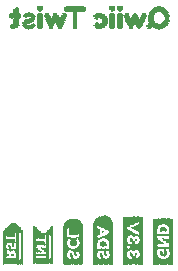
<source format=gbo>
G75*
%MOIN*%
%OFA0B0*%
%FSLAX25Y25*%
%IPPOS*%
%LPD*%
%AMOC8*
5,1,8,0,0,1.08239X$1,22.5*
%
%ADD10R,0.00157X0.15906*%
%ADD11R,0.00157X0.02992*%
%ADD12R,0.00157X0.03937*%
%ADD13R,0.00157X0.07402*%
%ADD14R,0.00157X0.02520*%
%ADD15R,0.00157X0.03307*%
%ADD16R,0.00157X0.01102*%
%ADD17R,0.00157X0.02362*%
%ADD18R,0.00157X0.01890*%
%ADD19R,0.00157X0.02677*%
%ADD20R,0.00157X0.00787*%
%ADD21R,0.00157X0.01732*%
%ADD22R,0.00157X0.02205*%
%ADD23R,0.00157X0.00630*%
%ADD24R,0.00157X0.02047*%
%ADD25R,0.00157X0.00472*%
%ADD26R,0.00157X0.00315*%
%ADD27R,0.00157X0.00945*%
%ADD28R,0.00157X0.01575*%
%ADD29R,0.00157X0.01417*%
%ADD30R,0.00157X0.01260*%
%ADD31R,0.00157X0.03150*%
%ADD32R,0.00157X0.03622*%
%ADD33R,0.00157X0.00157*%
%ADD34R,0.00157X0.02835*%
%ADD35R,0.00157X0.03465*%
%ADD36R,0.00157X0.15276*%
%ADD37R,0.00157X0.11024*%
%ADD38R,0.00157X0.12913*%
%ADD39R,0.00157X0.13386*%
%ADD40R,0.00157X0.13701*%
%ADD41R,0.00157X0.14016*%
%ADD42R,0.00157X0.14173*%
%ADD43R,0.00157X0.14331*%
%ADD44R,0.00157X0.14488*%
%ADD45R,0.00157X0.07087*%
%ADD46R,0.00157X0.04882*%
%ADD47R,0.00157X0.05039*%
%ADD48R,0.00157X0.05197*%
%ADD49R,0.00157X0.13858*%
%ADD50R,0.00157X0.14646*%
%ADD51R,0.00157X0.14961*%
%ADD52R,0.00157X0.15118*%
%ADD53R,0.00157X0.15433*%
%ADD54R,0.00157X0.11969*%
%ADD55R,0.00157X0.04567*%
%ADD56R,0.00157X0.04409*%
%ADD57R,0.00157X0.04252*%
%ADD58R,0.00157X0.04094*%
%ADD59R,0.00157X0.03780*%
%ADD60R,0.00157X0.12756*%
%ADD61R,0.00157X0.12598*%
%ADD62R,0.00157X0.12441*%
%ADD63R,0.00157X0.12283*%
%ADD64R,0.00157X0.11181*%
%ADD65R,0.00157X0.10866*%
%ADD66R,0.00157X0.10709*%
%ADD67R,0.00157X0.12126*%
%ADD68R,0.00157X0.11496*%
%ADD69R,0.00157X0.11654*%
%ADD70R,0.00157X0.13071*%
%ADD71R,0.00157X0.13228*%
%ADD72R,0.00157X0.11811*%
%ADD73R,0.01378X0.00276*%
%ADD74R,0.01654X0.00276*%
%ADD75R,0.01929X0.00276*%
%ADD76R,0.06063X0.00276*%
%ADD77R,0.03307X0.00315*%
%ADD78R,0.01929X0.00315*%
%ADD79R,0.07165X0.00315*%
%ADD80R,0.00551X0.00315*%
%ADD81R,0.04134X0.00276*%
%ADD82R,0.07165X0.00276*%
%ADD83R,0.04685X0.00236*%
%ADD84R,0.01929X0.00236*%
%ADD85R,0.07165X0.00236*%
%ADD86R,0.05236X0.00315*%
%ADD87R,0.01654X0.00315*%
%ADD88R,0.05787X0.00276*%
%ADD89R,0.00827X0.00276*%
%ADD90R,0.06614X0.00276*%
%ADD91R,0.02480X0.00236*%
%ADD92R,0.01654X0.00236*%
%ADD93R,0.00551X0.00236*%
%ADD94R,0.02205X0.00315*%
%ADD95R,0.01378X0.00315*%
%ADD96R,0.00827X0.00315*%
%ADD97R,0.01102X0.00315*%
%ADD98R,0.02756X0.00315*%
%ADD99R,0.03583X0.00315*%
%ADD100R,0.02205X0.00276*%
%ADD101R,0.03031X0.00276*%
%ADD102R,0.03583X0.00276*%
%ADD103R,0.03858X0.00276*%
%ADD104R,0.04409X0.00276*%
%ADD105R,0.02480X0.00276*%
%ADD106R,0.00551X0.00276*%
%ADD107R,0.04685X0.00276*%
%ADD108R,0.06614X0.00315*%
%ADD109R,0.03031X0.00315*%
%ADD110R,0.06339X0.00276*%
%ADD111R,0.03307X0.00276*%
%ADD112R,0.02756X0.00276*%
%ADD113R,0.00276X0.00276*%
%ADD114R,0.06890X0.00276*%
%ADD115R,0.01102X0.00276*%
%ADD116R,0.06890X0.00236*%
%ADD117R,0.04134X0.00236*%
%ADD118R,0.02205X0.00236*%
%ADD119R,0.04409X0.00236*%
%ADD120R,0.02756X0.00236*%
%ADD121R,0.01102X0.00236*%
%ADD122R,0.00827X0.00236*%
%ADD123R,0.01378X0.00236*%
D10*
X0098250Y0091343D03*
X0098408Y0091343D03*
X0098565Y0091343D03*
X0098723Y0091343D03*
X0098880Y0091343D03*
X0099038Y0091343D03*
X0099195Y0091343D03*
X0103605Y0091343D03*
X0103762Y0091343D03*
X0103920Y0091343D03*
X0104077Y0091343D03*
X0104235Y0091343D03*
X0104392Y0091343D03*
X0104550Y0091343D03*
D11*
X0101715Y0089610D03*
X0101715Y0084886D03*
X0101872Y0084886D03*
X0101557Y0084886D03*
X0101400Y0084886D03*
X0101243Y0084886D03*
X0101085Y0084886D03*
X0103447Y0084886D03*
X0111872Y0087720D03*
X0112030Y0087720D03*
X0113290Y0084886D03*
X0099353Y0093705D03*
X0100298Y0097799D03*
X0100455Y0097799D03*
X0089825Y0097799D03*
X0089353Y0097484D03*
X0079983Y0096854D03*
X0079825Y0096854D03*
X0069668Y0093520D03*
X0062345Y0095409D03*
X0062187Y0095409D03*
X0059195Y0094150D03*
X0113290Y0097169D03*
D12*
X0103447Y0089138D03*
X0091085Y0097642D03*
X0090928Y0097642D03*
X0060140Y0094622D03*
D13*
X0103447Y0095594D03*
D14*
X0101400Y0098035D03*
X0101243Y0098035D03*
X0109668Y0097406D03*
X0112975Y0097406D03*
X0099510Y0093783D03*
X0079353Y0088587D03*
X0079353Y0084650D03*
X0093290Y0084650D03*
X0099353Y0084650D03*
X0103290Y0084650D03*
X0109668Y0084650D03*
X0112975Y0084650D03*
X0070140Y0093283D03*
D15*
X0069353Y0093677D03*
X0061872Y0095567D03*
X0059510Y0094307D03*
X0080928Y0085043D03*
X0083447Y0088665D03*
X0090928Y0085043D03*
X0101400Y0089453D03*
X0103290Y0089138D03*
X0113447Y0085043D03*
X0109353Y0097012D03*
X0099825Y0097642D03*
X0099668Y0097642D03*
X0090140Y0097799D03*
D16*
X0101715Y0095437D03*
X0101872Y0095437D03*
X0101715Y0093390D03*
X0103290Y0092917D03*
X0100455Y0091500D03*
X0110140Y0090870D03*
X0112502Y0091343D03*
X0112187Y0094965D03*
X0110455Y0094965D03*
X0093290Y0088035D03*
X0090455Y0086618D03*
X0089510Y0091657D03*
X0083290Y0091972D03*
X0082345Y0090555D03*
X0082817Y0088508D03*
X0082660Y0088350D03*
X0082345Y0088193D03*
X0081715Y0087878D03*
X0080455Y0086618D03*
X0079825Y0088508D03*
X0071872Y0088323D03*
X0071715Y0088323D03*
X0069510Y0088008D03*
X0062187Y0088008D03*
X0059038Y0088323D03*
X0059195Y0086748D03*
X0072345Y0093677D03*
X0100455Y0086776D03*
X0102030Y0086618D03*
X0111715Y0086618D03*
X0112345Y0087248D03*
D17*
X0109825Y0084571D03*
X0103132Y0084571D03*
X0102030Y0084571D03*
X0099510Y0084571D03*
X0092187Y0087406D03*
X0091243Y0084571D03*
X0089510Y0084571D03*
X0083290Y0084571D03*
X0081243Y0084571D03*
X0079510Y0084571D03*
X0082187Y0087406D03*
X0083290Y0088665D03*
X0089353Y0094177D03*
X0101557Y0098114D03*
X0101715Y0098114D03*
X0103132Y0095437D03*
X0103290Y0095437D03*
X0109825Y0097484D03*
X0112817Y0097484D03*
X0102975Y0089138D03*
X0073762Y0094465D03*
X0070298Y0093205D03*
X0063132Y0094937D03*
X0061085Y0090685D03*
D18*
X0059038Y0084465D03*
X0059195Y0084465D03*
X0059353Y0084465D03*
X0059510Y0084465D03*
X0059668Y0084465D03*
X0059825Y0084465D03*
X0059983Y0084465D03*
X0060140Y0084465D03*
X0060298Y0084465D03*
X0060455Y0084465D03*
X0060613Y0084465D03*
X0060770Y0084465D03*
X0060928Y0084465D03*
X0061085Y0084465D03*
X0061243Y0084465D03*
X0061400Y0084465D03*
X0061557Y0084465D03*
X0061715Y0084465D03*
X0061872Y0084465D03*
X0062030Y0084465D03*
X0062187Y0084465D03*
X0062345Y0084465D03*
X0069038Y0084622D03*
X0072345Y0084622D03*
X0079825Y0084335D03*
X0079983Y0084335D03*
X0080298Y0084335D03*
X0080455Y0084335D03*
X0081715Y0084335D03*
X0081872Y0084335D03*
X0082030Y0084335D03*
X0082187Y0084335D03*
X0082345Y0084335D03*
X0082502Y0084335D03*
X0082660Y0084335D03*
X0081872Y0087642D03*
X0079510Y0088587D03*
X0073290Y0094228D03*
X0070770Y0092969D03*
X0063447Y0094858D03*
X0089825Y0094256D03*
X0100770Y0089217D03*
X0102345Y0089217D03*
X0109353Y0091106D03*
X0113290Y0091106D03*
X0102660Y0095516D03*
X0102660Y0098350D03*
X0102502Y0098350D03*
X0103290Y0098350D03*
X0110455Y0097720D03*
X0110613Y0097720D03*
X0112187Y0097720D03*
X0112345Y0097720D03*
X0091872Y0087642D03*
X0091872Y0084335D03*
X0092030Y0084335D03*
X0092187Y0084335D03*
X0092345Y0084335D03*
X0092502Y0084335D03*
X0092660Y0084335D03*
X0090455Y0084335D03*
X0090298Y0084335D03*
X0090140Y0084335D03*
X0089983Y0084335D03*
X0099983Y0084335D03*
X0100140Y0084335D03*
X0100298Y0084335D03*
X0100770Y0084335D03*
X0102502Y0084335D03*
X0110455Y0084335D03*
X0110613Y0084335D03*
X0110770Y0084335D03*
X0112030Y0084335D03*
X0112187Y0084335D03*
X0112345Y0084335D03*
D19*
X0113132Y0084728D03*
X0103132Y0089138D03*
X0093132Y0092445D03*
X0100928Y0097957D03*
X0101085Y0097957D03*
X0113132Y0097327D03*
X0089353Y0084728D03*
X0081085Y0084728D03*
X0080613Y0091028D03*
X0082030Y0091028D03*
X0069983Y0093362D03*
X0061243Y0090528D03*
D20*
X0061557Y0089425D03*
X0060613Y0088323D03*
X0059825Y0089425D03*
X0062030Y0088008D03*
X0061557Y0086591D03*
X0060770Y0086591D03*
X0059825Y0086591D03*
X0059668Y0086591D03*
X0069825Y0087850D03*
X0069983Y0087850D03*
X0071400Y0088480D03*
X0072187Y0093677D03*
X0080298Y0090555D03*
X0080140Y0088508D03*
X0079983Y0088508D03*
X0081557Y0088035D03*
X0082187Y0091972D03*
X0089668Y0088193D03*
X0091557Y0088193D03*
X0092502Y0088193D03*
X0093132Y0088193D03*
X0099510Y0090083D03*
X0101872Y0093390D03*
X0102030Y0093390D03*
X0103132Y0092917D03*
X0101557Y0095437D03*
X0101400Y0095437D03*
X0109353Y0093075D03*
X0110455Y0090713D03*
X0110613Y0090713D03*
X0112030Y0091500D03*
X0112345Y0088823D03*
X0113132Y0088823D03*
X0110298Y0087248D03*
X0102345Y0086776D03*
X0100298Y0086776D03*
X0091557Y0092602D03*
X0091400Y0092602D03*
D21*
X0092660Y0092602D03*
X0091557Y0090398D03*
X0091400Y0090398D03*
X0091243Y0090398D03*
X0089353Y0091500D03*
X0089983Y0094177D03*
X0083132Y0088665D03*
X0080140Y0084256D03*
X0073920Y0084543D03*
X0073132Y0084543D03*
X0072187Y0084543D03*
X0072030Y0084543D03*
X0071872Y0084543D03*
X0071715Y0084543D03*
X0071557Y0084543D03*
X0071400Y0084543D03*
X0071243Y0084543D03*
X0071085Y0084543D03*
X0070928Y0084543D03*
X0070770Y0084543D03*
X0070613Y0084543D03*
X0070455Y0084543D03*
X0070298Y0084543D03*
X0070140Y0084543D03*
X0069983Y0084543D03*
X0069825Y0084543D03*
X0069668Y0084543D03*
X0069510Y0084543D03*
X0069353Y0084543D03*
X0069195Y0084543D03*
X0063920Y0084386D03*
X0063132Y0084386D03*
X0062345Y0088008D03*
X0060928Y0091000D03*
X0063605Y0094780D03*
X0070928Y0092890D03*
X0071085Y0092890D03*
X0071243Y0092890D03*
X0071400Y0092890D03*
X0071557Y0092890D03*
X0071715Y0092890D03*
X0069038Y0090370D03*
X0099983Y0093862D03*
X0100140Y0093862D03*
X0102502Y0095437D03*
X0102817Y0098429D03*
X0102975Y0098429D03*
X0103132Y0098429D03*
X0110770Y0097799D03*
X0110928Y0097799D03*
X0111085Y0097799D03*
X0111243Y0097799D03*
X0111400Y0097799D03*
X0111557Y0097799D03*
X0111715Y0097799D03*
X0111872Y0097799D03*
X0112030Y0097799D03*
X0109510Y0091028D03*
X0100613Y0089138D03*
X0100455Y0089138D03*
X0100455Y0084256D03*
X0100613Y0084256D03*
X0110928Y0084256D03*
X0111085Y0084256D03*
X0111243Y0084256D03*
X0111400Y0084256D03*
X0111557Y0084256D03*
X0111715Y0084256D03*
X0111872Y0084256D03*
D22*
X0112660Y0084492D03*
X0112817Y0084492D03*
X0109983Y0084492D03*
X0102975Y0084492D03*
X0099668Y0084492D03*
X0093132Y0084492D03*
X0091400Y0084492D03*
X0092030Y0087484D03*
X0083132Y0084492D03*
X0081400Y0084492D03*
X0082030Y0087484D03*
X0089510Y0094256D03*
X0092975Y0092524D03*
X0099668Y0093783D03*
X0101872Y0098193D03*
X0102030Y0098193D03*
X0109983Y0097563D03*
X0112660Y0097563D03*
X0102817Y0089217D03*
X0102030Y0089374D03*
X0073605Y0094386D03*
X0070455Y0093126D03*
D23*
X0072030Y0093598D03*
X0062345Y0090449D03*
X0061872Y0088087D03*
X0060770Y0088244D03*
X0059983Y0088087D03*
X0070140Y0087772D03*
X0071085Y0088559D03*
X0071243Y0088559D03*
X0072345Y0086512D03*
X0080298Y0088429D03*
X0080455Y0088429D03*
X0082502Y0086697D03*
X0082345Y0092051D03*
X0083132Y0092051D03*
X0080455Y0092051D03*
X0089825Y0091894D03*
X0089983Y0091894D03*
X0090140Y0092051D03*
X0090770Y0092366D03*
X0091085Y0092524D03*
X0091243Y0092524D03*
X0091085Y0094256D03*
X0090298Y0090004D03*
X0089825Y0088272D03*
X0091400Y0088272D03*
X0092660Y0088272D03*
X0092817Y0088272D03*
X0092975Y0088272D03*
X0092502Y0086697D03*
X0099668Y0088272D03*
X0100298Y0088587D03*
X0100298Y0089689D03*
X0099668Y0090004D03*
X0102187Y0093311D03*
X0102345Y0093311D03*
X0102975Y0092996D03*
X0109510Y0093154D03*
X0110298Y0094728D03*
X0113290Y0093154D03*
X0111872Y0091579D03*
X0110770Y0090634D03*
X0111715Y0088902D03*
X0112502Y0088902D03*
X0112660Y0088902D03*
X0112817Y0088902D03*
X0112975Y0088902D03*
X0109668Y0088902D03*
D24*
X0102660Y0089138D03*
X0102502Y0089138D03*
X0102187Y0089295D03*
X0102187Y0084413D03*
X0102345Y0084413D03*
X0102660Y0084413D03*
X0102817Y0084413D03*
X0099825Y0084413D03*
X0092975Y0084413D03*
X0092817Y0084413D03*
X0091715Y0084413D03*
X0091557Y0084413D03*
X0090613Y0084413D03*
X0089825Y0084413D03*
X0089668Y0084413D03*
X0082975Y0084413D03*
X0082817Y0084413D03*
X0081557Y0084413D03*
X0080613Y0084413D03*
X0079668Y0084413D03*
X0073132Y0093992D03*
X0073447Y0094307D03*
X0070613Y0093047D03*
X0063290Y0094937D03*
X0059038Y0091000D03*
X0060140Y0088795D03*
X0060298Y0088638D03*
X0089668Y0094177D03*
X0092817Y0092602D03*
X0099825Y0093862D03*
X0102817Y0095437D03*
X0102975Y0095437D03*
X0102345Y0098272D03*
X0102187Y0098272D03*
X0110140Y0097642D03*
X0110298Y0097642D03*
X0112502Y0097642D03*
X0112502Y0084413D03*
X0110298Y0084413D03*
X0110140Y0084413D03*
D25*
X0102502Y0086776D03*
X0100140Y0088508D03*
X0099983Y0088350D03*
X0099825Y0088350D03*
X0099825Y0089925D03*
X0099983Y0089925D03*
X0109825Y0088980D03*
X0109983Y0088980D03*
X0110140Y0088980D03*
X0110298Y0088980D03*
X0110455Y0088980D03*
X0110613Y0088980D03*
X0110770Y0088980D03*
X0110928Y0088980D03*
X0111085Y0088980D03*
X0111243Y0088980D03*
X0111400Y0088980D03*
X0111557Y0088980D03*
X0110928Y0090555D03*
X0111557Y0091657D03*
X0111715Y0091657D03*
X0111715Y0093075D03*
X0111872Y0093075D03*
X0112030Y0093075D03*
X0112187Y0093075D03*
X0112345Y0093075D03*
X0112502Y0093075D03*
X0112660Y0093075D03*
X0112817Y0093075D03*
X0112975Y0093075D03*
X0113132Y0093075D03*
X0111557Y0093075D03*
X0111400Y0093075D03*
X0111243Y0093075D03*
X0111085Y0093075D03*
X0110928Y0093075D03*
X0110770Y0093075D03*
X0110613Y0093075D03*
X0110455Y0093075D03*
X0110298Y0093075D03*
X0110140Y0093075D03*
X0109983Y0093075D03*
X0109825Y0093075D03*
X0109668Y0093075D03*
X0102817Y0093075D03*
X0102660Y0093232D03*
X0102502Y0093232D03*
X0101243Y0095437D03*
X0101085Y0095437D03*
X0091243Y0094177D03*
X0090928Y0092445D03*
X0090613Y0092287D03*
X0090455Y0092287D03*
X0090298Y0092130D03*
X0090298Y0088350D03*
X0090455Y0088350D03*
X0090140Y0088350D03*
X0089983Y0088350D03*
X0090770Y0088350D03*
X0090928Y0088350D03*
X0091085Y0088350D03*
X0091243Y0088350D03*
X0082975Y0092130D03*
X0082502Y0092130D03*
X0080298Y0092130D03*
X0080140Y0092130D03*
X0079668Y0092130D03*
X0080613Y0088350D03*
X0080770Y0088350D03*
X0080928Y0088350D03*
X0081243Y0088193D03*
X0081400Y0088193D03*
X0072345Y0089740D03*
X0070928Y0088638D03*
X0070298Y0087693D03*
X0070298Y0086433D03*
X0070455Y0086433D03*
X0070613Y0086433D03*
X0070770Y0086433D03*
X0070928Y0086433D03*
X0071085Y0086433D03*
X0071243Y0086433D03*
X0071400Y0086433D03*
X0071557Y0086433D03*
X0071715Y0086433D03*
X0071872Y0086433D03*
X0072030Y0086433D03*
X0072187Y0086433D03*
X0070140Y0086433D03*
X0069983Y0086433D03*
X0069825Y0086433D03*
X0069668Y0086433D03*
X0069510Y0086433D03*
X0069353Y0086433D03*
X0069195Y0086433D03*
X0069038Y0086433D03*
X0060928Y0088165D03*
X0059195Y0088323D03*
X0071872Y0093520D03*
D26*
X0062187Y0090449D03*
X0061872Y0090606D03*
X0061715Y0088087D03*
X0061557Y0088087D03*
X0061400Y0088087D03*
X0061243Y0088087D03*
X0061085Y0088087D03*
X0059825Y0088087D03*
X0059668Y0088087D03*
X0059510Y0088087D03*
X0059353Y0088244D03*
X0070455Y0087614D03*
X0070613Y0087614D03*
X0070770Y0088717D03*
X0071872Y0089819D03*
X0072030Y0089819D03*
X0072187Y0089819D03*
X0081085Y0088272D03*
X0079983Y0092209D03*
X0079825Y0092209D03*
X0082660Y0092209D03*
X0082817Y0092209D03*
X0090613Y0088429D03*
X0091400Y0094256D03*
X0091557Y0094256D03*
X0100140Y0089846D03*
X0102502Y0091579D03*
X0111085Y0090476D03*
X0111243Y0090476D03*
X0111400Y0091736D03*
D27*
X0112187Y0091421D03*
X0112345Y0091421D03*
X0110298Y0090791D03*
X0109510Y0088902D03*
X0111085Y0086539D03*
X0111243Y0086539D03*
X0111400Y0086539D03*
X0111557Y0086539D03*
X0102187Y0086697D03*
X0099510Y0088272D03*
X0100298Y0091579D03*
X0102030Y0091421D03*
X0102187Y0091579D03*
X0102345Y0091579D03*
X0092345Y0090004D03*
X0092345Y0088114D03*
X0092345Y0086697D03*
X0090298Y0086697D03*
X0089510Y0088114D03*
X0089668Y0091736D03*
X0091715Y0092681D03*
X0091872Y0092681D03*
X0082502Y0088272D03*
X0082345Y0086697D03*
X0080298Y0086697D03*
X0079510Y0092051D03*
X0071557Y0088402D03*
X0069668Y0087929D03*
X0061400Y0086669D03*
X0061243Y0086669D03*
X0061085Y0086669D03*
X0060928Y0086669D03*
X0059510Y0086669D03*
X0059353Y0086669D03*
X0059983Y0089346D03*
X0112345Y0094886D03*
D28*
X0111715Y0095201D03*
X0111557Y0095201D03*
X0111400Y0095201D03*
X0111243Y0095201D03*
X0111085Y0095201D03*
X0113132Y0091106D03*
X0110928Y0087012D03*
X0110770Y0087012D03*
X0092502Y0092681D03*
X0092345Y0092681D03*
X0091872Y0090319D03*
X0091715Y0090319D03*
X0091085Y0090319D03*
X0090928Y0090319D03*
X0090770Y0090319D03*
X0090140Y0094256D03*
X0082187Y0090634D03*
X0079668Y0088587D03*
X0072345Y0088087D03*
X0071557Y0090449D03*
X0071400Y0090449D03*
X0071243Y0090449D03*
X0071085Y0090449D03*
X0070928Y0090449D03*
X0070770Y0090449D03*
X0070613Y0090449D03*
X0070455Y0090449D03*
X0070298Y0090449D03*
X0070140Y0090449D03*
X0069983Y0090449D03*
X0069825Y0090449D03*
X0069668Y0090449D03*
X0069510Y0090449D03*
X0069353Y0090449D03*
X0069195Y0090449D03*
X0069038Y0088087D03*
X0061557Y0091079D03*
X0059195Y0091079D03*
X0063762Y0094701D03*
X0063920Y0094543D03*
X0063762Y0084307D03*
X0063605Y0084307D03*
X0063447Y0084307D03*
X0063290Y0084307D03*
X0073290Y0084465D03*
X0073447Y0084465D03*
X0073605Y0084465D03*
X0073762Y0084465D03*
X0102345Y0095516D03*
D29*
X0102187Y0095437D03*
X0101400Y0093390D03*
X0100455Y0093862D03*
X0100298Y0093862D03*
X0109668Y0091028D03*
X0112817Y0091185D03*
X0112975Y0091185D03*
X0111872Y0095122D03*
X0110928Y0095122D03*
X0110770Y0095122D03*
X0092030Y0090240D03*
X0090613Y0090240D03*
X0089353Y0088035D03*
X0080455Y0090555D03*
X0072187Y0088165D03*
X0071715Y0090370D03*
X0061715Y0091157D03*
X0060770Y0091157D03*
X0059353Y0091157D03*
X0110613Y0087091D03*
D30*
X0110455Y0087169D03*
X0109353Y0088744D03*
X0109825Y0090949D03*
X0109983Y0090949D03*
X0112660Y0091264D03*
X0113290Y0088744D03*
X0101557Y0093311D03*
X0101243Y0093469D03*
X0101085Y0093626D03*
X0100928Y0093626D03*
X0100770Y0093783D03*
X0100613Y0093783D03*
X0100613Y0091579D03*
X0100770Y0091421D03*
X0099353Y0090161D03*
X0099353Y0088114D03*
X0100613Y0086697D03*
X0100770Y0086697D03*
X0091715Y0087957D03*
X0090613Y0086539D03*
X0090455Y0090161D03*
X0092187Y0090161D03*
X0092187Y0092681D03*
X0092030Y0092681D03*
X0082975Y0088587D03*
X0080613Y0086539D03*
X0079353Y0091894D03*
X0072030Y0088244D03*
X0069353Y0088087D03*
X0069195Y0088087D03*
X0060455Y0088402D03*
X0059038Y0086669D03*
X0059510Y0091236D03*
X0059668Y0091236D03*
X0059825Y0091236D03*
X0059983Y0091236D03*
X0060140Y0091236D03*
X0060298Y0091236D03*
X0060455Y0091236D03*
X0060613Y0091236D03*
X0102030Y0095516D03*
X0110613Y0095043D03*
X0112030Y0095043D03*
D31*
X0100140Y0097720D03*
X0099983Y0097720D03*
X0093290Y0092366D03*
X0089983Y0097720D03*
X0101085Y0089689D03*
X0101243Y0089531D03*
X0101557Y0089531D03*
X0101872Y0089689D03*
X0109353Y0084965D03*
X0069510Y0093598D03*
X0062030Y0095488D03*
X0059353Y0094228D03*
D32*
X0059825Y0094465D03*
X0080770Y0085201D03*
X0100928Y0085201D03*
X0100928Y0090083D03*
X0099353Y0097484D03*
D33*
X0100770Y0095437D03*
X0100928Y0095437D03*
X0111243Y0091815D03*
X0111400Y0090398D03*
X0070770Y0087535D03*
X0070613Y0088795D03*
X0062030Y0090528D03*
D34*
X0061400Y0090449D03*
X0059038Y0094071D03*
X0069825Y0093441D03*
X0073920Y0094386D03*
X0079353Y0096618D03*
X0079510Y0096776D03*
X0079668Y0096776D03*
X0089510Y0097720D03*
X0089668Y0097720D03*
X0100613Y0097878D03*
X0100770Y0097878D03*
X0109510Y0097248D03*
X0112187Y0087799D03*
X0109510Y0084807D03*
X0093447Y0084807D03*
X0091085Y0084807D03*
X0083447Y0084807D03*
X0081872Y0090949D03*
X0081715Y0090949D03*
X0081557Y0090949D03*
X0081400Y0090949D03*
X0081243Y0090949D03*
X0081085Y0090949D03*
X0080928Y0090949D03*
X0080770Y0090949D03*
D35*
X0069195Y0093756D03*
X0059668Y0094386D03*
X0090298Y0097720D03*
X0090455Y0097720D03*
X0099510Y0097563D03*
D36*
X0093762Y0091028D03*
X0089038Y0091028D03*
X0108250Y0091028D03*
X0108408Y0091028D03*
X0108565Y0091028D03*
X0108723Y0091028D03*
X0108880Y0091028D03*
X0109038Y0091028D03*
X0109195Y0091028D03*
X0113605Y0091028D03*
X0113762Y0091028D03*
X0113920Y0091028D03*
X0114077Y0091028D03*
X0114235Y0091028D03*
X0114392Y0091028D03*
X0114550Y0091028D03*
D37*
X0113447Y0093154D03*
X0072817Y0089189D03*
X0064550Y0089031D03*
X0058250Y0089031D03*
D38*
X0062817Y0089976D03*
X0078250Y0089846D03*
X0084550Y0089846D03*
D39*
X0084392Y0090083D03*
X0078408Y0090083D03*
D40*
X0078565Y0090240D03*
X0084235Y0090240D03*
D41*
X0084077Y0090398D03*
X0078723Y0090398D03*
D42*
X0078880Y0090476D03*
X0083920Y0090476D03*
D43*
X0083762Y0090555D03*
X0088408Y0090555D03*
X0079038Y0090555D03*
X0094392Y0090555D03*
D44*
X0083605Y0090634D03*
X0079195Y0090634D03*
D45*
X0083447Y0094492D03*
D46*
X0083290Y0095752D03*
X0083132Y0095752D03*
X0082975Y0095909D03*
X0082817Y0095909D03*
D47*
X0082660Y0095988D03*
X0082502Y0095988D03*
X0082345Y0095988D03*
X0080455Y0095988D03*
X0080298Y0095988D03*
X0080140Y0095988D03*
D48*
X0080613Y0096067D03*
X0080770Y0096067D03*
X0080928Y0096067D03*
X0081085Y0096067D03*
X0081243Y0096067D03*
X0081400Y0096067D03*
X0081557Y0096067D03*
X0081715Y0096067D03*
X0081872Y0096067D03*
X0082030Y0096067D03*
X0082187Y0096067D03*
D49*
X0088250Y0090319D03*
X0094550Y0090319D03*
D50*
X0094235Y0090713D03*
X0088565Y0090713D03*
D51*
X0088723Y0090870D03*
X0094077Y0090870D03*
D52*
X0093920Y0090949D03*
X0088880Y0090949D03*
D53*
X0089195Y0091106D03*
X0093605Y0091106D03*
D54*
X0093447Y0092996D03*
D55*
X0093290Y0096854D03*
X0092975Y0097012D03*
X0092660Y0097169D03*
X0092187Y0097327D03*
X0061557Y0094937D03*
X0061400Y0094937D03*
X0061243Y0094937D03*
X0061085Y0094937D03*
X0060928Y0094937D03*
D56*
X0060770Y0094858D03*
X0061715Y0095016D03*
X0091872Y0097406D03*
X0092030Y0097406D03*
X0092345Y0097248D03*
X0092502Y0097248D03*
X0092817Y0097091D03*
X0093132Y0096933D03*
D57*
X0091715Y0097484D03*
X0091557Y0097484D03*
X0060613Y0094780D03*
X0060455Y0094780D03*
D58*
X0060298Y0094701D03*
X0091243Y0097563D03*
X0091400Y0097563D03*
D59*
X0090770Y0097720D03*
X0090613Y0097720D03*
X0069038Y0093756D03*
X0059983Y0094543D03*
X0090770Y0085280D03*
D60*
X0074550Y0090055D03*
X0068250Y0090055D03*
X0062975Y0089898D03*
D61*
X0068408Y0089976D03*
X0074392Y0089976D03*
D62*
X0074235Y0089898D03*
X0068565Y0089898D03*
D63*
X0068723Y0089819D03*
X0074077Y0089819D03*
D64*
X0072975Y0089268D03*
X0064392Y0089110D03*
X0058408Y0089110D03*
D65*
X0072660Y0089110D03*
D66*
X0072502Y0089031D03*
D67*
X0068880Y0089740D03*
D68*
X0064235Y0089268D03*
X0058565Y0089268D03*
D69*
X0058723Y0089346D03*
X0064077Y0089346D03*
D70*
X0062660Y0090055D03*
D71*
X0062502Y0090134D03*
D72*
X0058880Y0089425D03*
D73*
X0076770Y0162173D03*
X0089172Y0163551D03*
X0088896Y0165205D03*
X0094132Y0169378D03*
X0096613Y0169378D03*
X0101849Y0166583D03*
X0103227Y0162173D03*
X0070156Y0169378D03*
D74*
X0062302Y0168512D03*
X0067813Y0165480D03*
X0065057Y0163276D03*
X0072498Y0166583D03*
X0075254Y0166583D03*
X0078286Y0166583D03*
X0081593Y0166583D03*
X0081593Y0166307D03*
X0081593Y0166031D03*
X0081593Y0165756D03*
X0081593Y0165480D03*
X0081593Y0165205D03*
X0081593Y0164654D03*
X0081593Y0164378D03*
X0081593Y0164102D03*
X0081593Y0163827D03*
X0081593Y0163551D03*
X0081593Y0163276D03*
X0081593Y0163000D03*
X0081593Y0162449D03*
X0081593Y0162173D03*
X0073876Y0162173D03*
X0073876Y0162449D03*
X0081593Y0167409D03*
X0098955Y0166583D03*
X0100333Y0162449D03*
X0100333Y0162173D03*
X0106672Y0162173D03*
X0104743Y0166583D03*
X0109703Y0169102D03*
X0112459Y0165756D03*
X0112459Y0165480D03*
X0112459Y0165205D03*
D75*
X0112321Y0164654D03*
X0112321Y0164378D03*
X0112321Y0166031D03*
X0112321Y0166307D03*
X0107361Y0166583D03*
X0107085Y0166307D03*
X0107085Y0166031D03*
X0107085Y0165756D03*
X0107085Y0165480D03*
X0107085Y0165205D03*
X0107085Y0164654D03*
X0107361Y0164102D03*
X0104605Y0165756D03*
X0104605Y0166031D03*
X0104605Y0166307D03*
X0104329Y0165480D03*
X0104329Y0165205D03*
X0101849Y0166031D03*
X0101849Y0166307D03*
X0099369Y0165205D03*
X0099093Y0165480D03*
X0099093Y0165756D03*
X0099093Y0166031D03*
X0098817Y0166307D03*
X0096613Y0166307D03*
X0096613Y0166031D03*
X0096613Y0165756D03*
X0096613Y0165480D03*
X0096613Y0165205D03*
X0096613Y0164654D03*
X0096613Y0164378D03*
X0096613Y0164102D03*
X0096613Y0163827D03*
X0096613Y0163551D03*
X0096613Y0163276D03*
X0096613Y0163000D03*
X0096613Y0162449D03*
X0096613Y0162173D03*
X0094132Y0162173D03*
X0094132Y0162449D03*
X0094132Y0163000D03*
X0094132Y0163276D03*
X0094132Y0163551D03*
X0094132Y0163827D03*
X0094132Y0164102D03*
X0094132Y0164378D03*
X0094132Y0164654D03*
X0094132Y0165205D03*
X0094132Y0165480D03*
X0094132Y0165756D03*
X0094132Y0166031D03*
X0094132Y0166307D03*
X0094132Y0166583D03*
X0094132Y0168512D03*
X0094132Y0169102D03*
X0096613Y0169102D03*
X0096613Y0168512D03*
X0096613Y0166583D03*
X0091652Y0164654D03*
X0091652Y0164378D03*
X0091652Y0164102D03*
X0091652Y0163827D03*
X0103227Y0162449D03*
X0078148Y0165756D03*
X0078148Y0166031D03*
X0078148Y0166307D03*
X0077872Y0165480D03*
X0077872Y0165205D03*
X0075392Y0166031D03*
X0075392Y0166307D03*
X0072636Y0165756D03*
X0072636Y0165480D03*
X0072361Y0166307D03*
X0070156Y0166307D03*
X0070156Y0166031D03*
X0070156Y0165756D03*
X0070156Y0165480D03*
X0070156Y0165205D03*
X0070156Y0164654D03*
X0070156Y0164378D03*
X0070156Y0164102D03*
X0070156Y0163827D03*
X0070156Y0163551D03*
X0070156Y0163276D03*
X0070156Y0163000D03*
X0070156Y0162449D03*
X0070156Y0162173D03*
X0076770Y0162449D03*
X0070156Y0166583D03*
X0070156Y0168512D03*
X0070156Y0169102D03*
X0062164Y0167685D03*
X0062164Y0167409D03*
X0062164Y0164654D03*
X0062164Y0164378D03*
X0062164Y0164102D03*
X0062164Y0163827D03*
X0062164Y0163551D03*
D76*
X0075254Y0164102D03*
X0075254Y0164378D03*
X0081593Y0169102D03*
X0101711Y0164102D03*
X0109703Y0167409D03*
D77*
X0109703Y0168807D03*
D78*
X0107085Y0164949D03*
X0096613Y0164949D03*
X0094132Y0164949D03*
X0091652Y0164949D03*
X0094132Y0168807D03*
X0096613Y0168807D03*
X0070156Y0168807D03*
X0070156Y0164949D03*
X0062164Y0164949D03*
X0062164Y0167980D03*
D79*
X0081593Y0167980D03*
X0081593Y0168807D03*
D80*
X0089034Y0164949D03*
X0062302Y0168807D03*
D81*
X0061888Y0166583D03*
X0061888Y0166307D03*
X0061888Y0166031D03*
X0061888Y0165756D03*
X0061888Y0165480D03*
X0066573Y0162449D03*
X0089998Y0166031D03*
X0090274Y0165480D03*
X0090274Y0163276D03*
X0109841Y0168512D03*
D82*
X0109152Y0163000D03*
X0081593Y0168512D03*
D83*
X0109841Y0168256D03*
D84*
X0103227Y0162744D03*
X0100471Y0162744D03*
X0096613Y0162744D03*
X0094132Y0162744D03*
X0094132Y0168256D03*
X0096613Y0168256D03*
X0076770Y0162744D03*
X0070156Y0162744D03*
X0070156Y0168256D03*
X0062164Y0168256D03*
X0062164Y0167154D03*
D85*
X0081593Y0168256D03*
D86*
X0109841Y0167980D03*
D87*
X0112459Y0164949D03*
X0096750Y0167980D03*
X0094270Y0167980D03*
X0081593Y0166878D03*
X0081593Y0164949D03*
X0070018Y0167980D03*
D88*
X0075392Y0163827D03*
X0101849Y0163827D03*
X0109841Y0167685D03*
D89*
X0096613Y0167685D03*
X0094132Y0167685D03*
X0109841Y0161622D03*
X0070156Y0167685D03*
D90*
X0081593Y0167685D03*
X0108876Y0162449D03*
D91*
X0107636Y0167154D03*
X0111770Y0167154D03*
D92*
X0081593Y0167154D03*
X0081593Y0162744D03*
X0061199Y0161917D03*
D93*
X0066435Y0167154D03*
D94*
X0089861Y0166878D03*
X0107498Y0166878D03*
X0111908Y0166878D03*
D95*
X0104605Y0166878D03*
X0096613Y0166878D03*
X0094132Y0166878D03*
X0078148Y0166878D03*
X0070156Y0166878D03*
D96*
X0101849Y0166878D03*
D97*
X0098955Y0166878D03*
X0075254Y0166878D03*
X0072498Y0166878D03*
D98*
X0066435Y0166878D03*
D99*
X0061888Y0166878D03*
D100*
X0062302Y0165205D03*
X0067538Y0165205D03*
X0072498Y0166031D03*
X0075254Y0165756D03*
X0073876Y0163276D03*
X0073876Y0163000D03*
X0076632Y0163000D03*
X0100333Y0163000D03*
X0103365Y0163000D03*
X0101711Y0165756D03*
X0107223Y0164378D03*
X0107498Y0163827D03*
X0111908Y0163827D03*
X0112183Y0164102D03*
X0112183Y0166583D03*
D101*
X0107636Y0163551D03*
X0089998Y0162173D03*
X0089998Y0166583D03*
X0061613Y0163000D03*
D102*
X0066298Y0164102D03*
X0066298Y0164378D03*
X0066573Y0164654D03*
X0066298Y0166583D03*
X0066573Y0162173D03*
X0089998Y0162449D03*
D103*
X0089861Y0166307D03*
X0109703Y0162173D03*
X0066711Y0165756D03*
X0066435Y0166031D03*
X0066435Y0166307D03*
D104*
X0066435Y0163000D03*
X0090136Y0163000D03*
X0090136Y0165756D03*
D105*
X0091376Y0165205D03*
X0091376Y0163551D03*
X0100471Y0163276D03*
X0101849Y0165205D03*
X0101849Y0165480D03*
X0103227Y0163551D03*
X0103227Y0163276D03*
X0076770Y0163276D03*
X0076770Y0163551D03*
X0075392Y0165480D03*
X0065471Y0163551D03*
X0061337Y0162173D03*
D106*
X0060648Y0165205D03*
X0065333Y0165480D03*
X0089034Y0163827D03*
D107*
X0074290Y0165205D03*
D108*
X0075254Y0164949D03*
X0101711Y0164949D03*
D109*
X0066849Y0164949D03*
D110*
X0075392Y0164654D03*
X0101849Y0164654D03*
X0101849Y0164378D03*
D111*
X0065884Y0163827D03*
D112*
X0061750Y0163276D03*
X0061475Y0162449D03*
X0073876Y0163551D03*
X0100333Y0163551D03*
X0111632Y0163551D03*
D113*
X0067951Y0163551D03*
X0066573Y0161622D03*
D114*
X0109290Y0163276D03*
D115*
X0067813Y0163276D03*
D116*
X0109014Y0162744D03*
D117*
X0089998Y0162744D03*
D118*
X0089861Y0161917D03*
X0073876Y0162744D03*
D119*
X0066435Y0162744D03*
D120*
X0066435Y0161917D03*
X0061475Y0162744D03*
X0109703Y0161917D03*
D121*
X0106396Y0161917D03*
X0100333Y0161917D03*
X0081593Y0161917D03*
X0076632Y0161917D03*
X0073876Y0161917D03*
D122*
X0103227Y0161917D03*
D123*
X0096613Y0161917D03*
X0094132Y0161917D03*
X0070156Y0161917D03*
M02*

</source>
